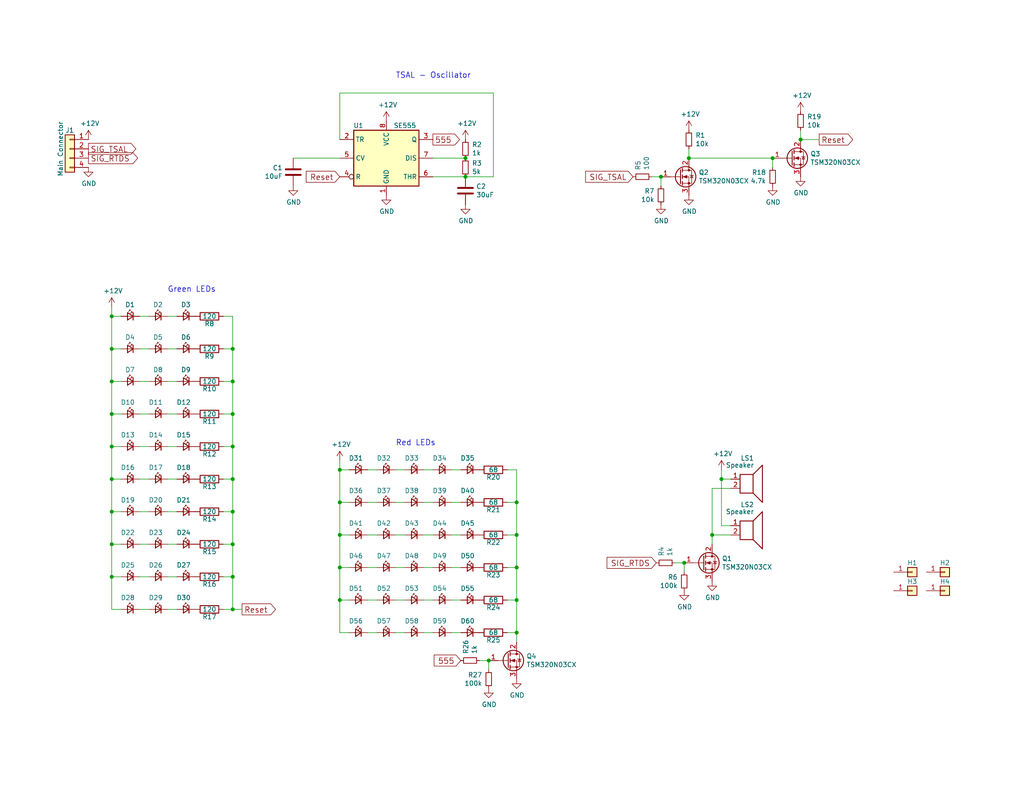
<source format=kicad_sch>
(kicad_sch (version 20230121) (generator eeschema)
  (paper "USLetter")
  (title_block (title "TSAL") (date "2016-04-01") (rev "0.9") (company "Formula Slug - UCSC EV R&D") (comment 1 "University of California Santa Cruz") (comment 2 "Thimann Laboratories 372"))
  (lib_symbols
    (symbol "Connector_Generic:Conn_01x01" (pin_names (offset 1.016) hide)
      (property "Reference" "J" (at 0 2.54 0))
      (property "Value" "Conn_01x01" (at 0 -2.54 0))
      (symbol "Conn_01x01_1_1"
        (rectangle (start -1.27 0.127) (end 0 -0.127) (stroke (width 0.1524)))
        (rectangle (start -1.27 1.27) (end 1.27 -1.27) (stroke (width 0.254)) (fill (type background)))
        (pin passive line (at -5.08 0 0) (length 3.81) (name "Pin_1") (number "1"))
      )
    )
    (symbol "Connector_Generic:Conn_01x04" (pin_names (offset 1.016) hide)
      (property "Reference" "J" (at 0 5.08 0))
      (property "Value" "Conn_01x04" (at 0 -7.62 0))
      (symbol "Conn_01x04_1_1"
        (rectangle (start -1.27 -4.953) (end 0 -5.207) (stroke (width 0.1524)))
        (rectangle (start -1.27 -2.413) (end 0 -2.667) (stroke (width 0.1524)))
        (rectangle (start -1.27 0.127) (end 0 -0.127) (stroke (width 0.1524)))
        (rectangle (start -1.27 2.667) (end 0 2.413) (stroke (width 0.1524)))
        (rectangle (start -1.27 3.81) (end 1.27 -6.35) (stroke (width 0.254)) (fill (type background)))
        (pin passive line (at -5.08 2.54 0) (length 3.81) (name "Pin_1") (number "1"))
        (pin passive line (at -5.08 0 0) (length 3.81) (name "Pin_2") (number "2"))
        (pin passive line (at -5.08 -2.54 0) (length 3.81) (name "Pin_3") (number "3"))
        (pin passive line (at -5.08 -5.08 0) (length 3.81) (name "Pin_4") (number "4"))
      )
    )
    (symbol "Device:C" (pin_numbers hide) (pin_names (offset 0.254))
      (property "Reference" "C" (at 0.635 2.54 0))
      (property "Value" "C" (at 0.635 -2.54 0))
      (symbol "C_0_1"
        (polyline (pts (xy -2.032 -0.762) (xy 2.032 -0.762)) (stroke (width 0.508)))
        (polyline (pts (xy -2.032 0.762) (xy 2.032 0.762)) (stroke (width 0.508)))
      )
      (symbol "C_1_1"
        (pin passive line (at 0 3.81 270) (length 2.794) (name "~") (number "1"))
        (pin passive line (at 0 -3.81 90) (length 2.794) (name "~") (number "2"))
      )
    )
    (symbol "Device:LED_Small" (pin_numbers hide) (pin_names (offset 0.254) hide)
      (property "Reference" "D" (at -1.27 3.175 0))
      (property "Value" "LED_Small" (at -4.445 -2.54 0))
      (symbol "LED_Small_0_1"
        (polyline (pts (xy -0.762 -1.016) (xy -0.762 1.016)) (stroke (width 0.254)))
        (polyline (pts (xy 1.016 0) (xy -0.762 0)))
        (polyline (pts (xy 0.762 -1.016) (xy -0.762 0) (xy 0.762 1.016) (xy 0.762 -1.016)) (stroke (width 0.254)))
        (polyline (pts (xy 0 0.762) (xy -0.508 1.27) (xy -0.254 1.27) (xy -0.508 1.27) (xy -0.508 1.016)))
        (polyline (pts (xy 0.508 1.27) (xy 0 1.778) (xy 0.254 1.778) (xy 0 1.778) (xy 0 1.524)))
      )
      (symbol "LED_Small_1_1"
        (pin passive line (at -2.54 0 0) (length 1.778) (name "K") (number "1"))
        (pin passive line (at 2.54 0 180) (length 1.778) (name "A") (number "2"))
      )
    )
    (symbol "Device:Q_NMOS_GDS" (pin_names (offset 0) hide)
      (property "Reference" "Q" (at 5.08 1.27 0))
      (property "Value" "Q_NMOS_GDS" (at 5.08 -1.27 0))
      (symbol "Q_NMOS_GDS_0_1"
        (polyline (pts (xy 0.254 0) (xy -2.54 0)))
        (polyline (pts (xy 0.254 1.905) (xy 0.254 -1.905)) (stroke (width 0.254)))
        (polyline (pts (xy 0.762 -1.27) (xy 0.762 -2.286)) (stroke (width 0.254)))
        (polyline (pts (xy 0.762 0.508) (xy 0.762 -0.508)) (stroke (width 0.254)))
        (polyline (pts (xy 0.762 2.286) (xy 0.762 1.27)) (stroke (width 0.254)))
        (polyline (pts (xy 2.54 2.54) (xy 2.54 1.778)))
        (polyline (pts (xy 2.54 -2.54) (xy 2.54 0) (xy 0.762 0)))
        (polyline (pts (xy 0.762 -1.778) (xy 3.302 -1.778) (xy 3.302 1.778) (xy 0.762 1.778)))
        (polyline (pts (xy 1.016 0) (xy 2.032 0.381) (xy 2.032 -0.381) (xy 1.016 0)) (fill (type outline)))
        (polyline (pts (xy 2.794 0.508) (xy 2.921 0.381) (xy 3.683 0.381) (xy 3.81 0.254)))
        (polyline (pts (xy 3.302 0.381) (xy 2.921 -0.254) (xy 3.683 -0.254) (xy 3.302 0.381)))
        (circle (center 1.651 0) (radius 2.794) (stroke (width 0.254)))
        (circle (center 2.54 -1.778) (radius 0.254) (fill (type outline)))
        (circle (center 2.54 1.778) (radius 0.254) (fill (type outline)))
      )
      (symbol "Q_NMOS_GDS_1_1"
        (pin input line (at -5.08 0 0) (length 2.54) (name "G") (number "1"))
        (pin passive line (at 2.54 5.08 270) (length 2.54) (name "D") (number "2"))
        (pin passive line (at 2.54 -5.08 90) (length 2.54) (name "S") (number "3"))
      )
    )
    (symbol "Device:R" (pin_numbers hide) (pin_names (offset 0))
      (property "Reference" "R" (at 2.032 0 90))
      (property "Value" "R" (at 0 0 90))
      (symbol "R_0_1"
        (rectangle (start -1.016 -2.54) (end 1.016 2.54) (stroke (width 0.254)))
      )
      (symbol "R_1_1"
        (pin passive line (at 0 3.81 270) (length 1.27) (name "~") (number "1"))
        (pin passive line (at 0 -3.81 90) (length 1.27) (name "~") (number "2"))
      )
    )
    (symbol "Device:R_Small" (pin_numbers hide) (pin_names (offset 0.254) hide)
      (property "Reference" "R" (at 0.762 0.508 0))
      (property "Value" "R_Small" (at 0.762 -1.016 0))
      (symbol "R_Small_0_1"
        (rectangle (start -0.762 1.778) (end 0.762 -1.778) (stroke (width 0.2032)))
      )
      (symbol "R_Small_1_1"
        (pin passive line (at 0 2.54 270) (length 0.762) (name "~") (number "1"))
        (pin passive line (at 0 -2.54 90) (length 0.762) (name "~") (number "2"))
      )
    )
    (symbol "Device:Speaker" (pin_names (offset 0) hide)
      (property "Reference" "LS" (at 1.27 5.715 0))
      (property "Value" "Speaker" (at 1.27 3.81 0))
      (symbol "Speaker_0_0"
        (rectangle (start -2.54 1.27) (end 1.016 -3.81) (stroke (width 0.254)))
        (polyline (pts (xy 1.016 1.27) (xy 3.556 3.81) (xy 3.556 -6.35) (xy 1.016 -3.81)) (stroke (width 0.254)))
      )
      (symbol "Speaker_1_1"
        (pin input line (at -5.08 0 0) (length 2.54) (name "1") (number "1"))
        (pin input line (at -5.08 -2.54 0) (length 2.54) (name "2") (number "2"))
      )
    )
    (symbol "Timer:SA555D"
      (property "Reference" "U" (at -10.16 8.89 0))
      (property "Value" "SA555D" (at 2.54 8.89 0))
      (symbol "SA555D_0_0"
        (pin power_in line (at 0 -10.16 90) (length 2.54) (name "GND") (number "1"))
        (pin power_in line (at 0 10.16 270) (length 2.54) (name "VCC") (number "8"))
      )
      (symbol "SA555D_0_1"
        (rectangle (start -8.89 -7.62) (end 8.89 7.62) (stroke (width 0.254)) (fill (type background)))
        (rectangle (start -8.89 -7.62) (end 8.89 7.62) (stroke (width 0.254)) (fill (type background)))
      )
      (symbol "SA555D_1_1"
        (pin input line (at -12.7 5.08 0) (length 3.81) (name "TR") (number "2"))
        (pin output line (at 12.7 5.08 180) (length 3.81) (name "Q") (number "3"))
        (pin input inverted (at -12.7 -5.08 0) (length 3.81) (name "R") (number "4"))
        (pin input line (at -12.7 0 0) (length 3.81) (name "CV") (number "5"))
        (pin input line (at 12.7 -5.08 180) (length 3.81) (name "THR") (number "6"))
        (pin input line (at 12.7 0 180) (length 3.81) (name "DIS") (number "7"))
      )
    )
    (symbol "power:+12V" (power) (pin_names (offset 0))
      (property "Value" "+12V" (at 0 3.556 0))
      (symbol "+12V_0_1"
        (polyline (pts (xy -0.762 1.27) (xy 0 2.54)))
        (polyline (pts (xy 0 0) (xy 0 2.54)))
        (polyline (pts (xy 0 2.54) (xy 0.762 1.27)))
      )
      (symbol "+12V_1_1"
        (pin power_in line (at 0 0 90) (length 0) hide (name "+12V") (number "1"))
      )
    )
    (symbol "power:GND" (power) (pin_names (offset 0))
      (property "Value" "GND" (at 0 -3.81 0))
      (symbol "GND_0_1"
        (polyline (pts (xy 0 0) (xy 0 -1.27) (xy 1.27 -1.27) (xy 0 -2.54) (xy -1.27 -1.27) (xy 0 -1.27)))
      )
      (symbol "GND_1_1"
        (pin power_in line (at 0 0 270) (length 0) hide (name "GND") (number "1"))
      )
    )
  )
  (junction (at 30.48 121.92))
  (junction (at 127 43.18))
  (junction (at 30.48 130.81))
  (junction (at 30.48 86.36))
  (junction (at 92.71 137.16))
  (junction (at 63.5 104.14))
  (junction (at 140.97 154.94))
  (junction (at 92.71 146.05))
  (junction (at 210.82 43.18))
  (junction (at 187.96 43.18))
  (junction (at 92.71 154.94))
  (junction (at 218.44 38.1))
  (junction (at 133.35 180.34))
  (junction (at 30.48 139.7))
  (junction (at 63.5 139.7))
  (junction (at 30.48 157.48))
  (junction (at 186.69 153.67))
  (junction (at 180.34 48.26))
  (junction (at 140.97 163.83))
  (junction (at 140.97 146.05))
  (junction (at 92.71 163.83))
  (junction (at 127 48.26))
  (junction (at 63.5 121.92))
  (junction (at 30.48 104.14))
  (junction (at 63.5 148.59))
  (junction (at 63.5 95.25))
  (junction (at 30.48 113.03))
  (junction (at 140.97 172.72))
  (junction (at 63.5 130.81))
  (junction (at 30.48 148.59))
  (junction (at 30.48 95.25))
  (junction (at 194.31 146.05))
  (junction (at 140.97 137.16))
  (junction (at 196.85 130.81))
  (junction (at 92.71 128.27))
  (junction (at 63.5 157.48))
  (junction (at 63.5 166.37))
  (junction (at 63.5 113.03))
  (wire (pts (xy 30.48 95.25) (xy 33.02 95.25)))
  (wire (pts (xy 187.96 43.18) (xy 210.82 43.18)))
  (wire (pts (xy 63.5 121.92) (xy 63.5 130.81)))
  (wire (pts (xy 92.71 25.4) (xy 134.62 25.4)))
  (wire (pts (xy 184.15 153.67) (xy 186.69 153.67)))
  (wire (pts (xy 196.85 130.81) (xy 199.39 130.81)))
  (wire (pts (xy 110.49 172.72) (xy 107.95 172.72)))
  (wire (pts (xy 60.96 166.37) (xy 63.5 166.37)))
  (wire (pts (xy 196.85 130.81) (xy 196.85 143.51)))
  (wire (pts (xy 95.25 128.27) (xy 92.71 128.27)))
  (wire (pts (xy 92.71 38.1) (xy 92.71 25.4)))
  (wire (pts (xy 40.64 86.36) (xy 38.1 86.36)))
  (wire (pts (xy 40.64 148.59) (xy 38.1 148.59)))
  (wire (pts (xy 63.5 166.37) (xy 66.04 166.37)))
  (wire (pts (xy 63.5 130.81) (xy 63.5 139.7)))
  (wire (pts (xy 123.19 137.16) (xy 125.73 137.16)))
  (wire (pts (xy 194.31 133.35) (xy 194.31 146.05)))
  (wire (pts (xy 40.64 104.14) (xy 38.1 104.14)))
  (wire (pts (xy 92.71 172.72) (xy 95.25 172.72)))
  (wire (pts (xy 110.49 146.05) (xy 107.95 146.05)))
  (wire (pts (xy 40.64 166.37) (xy 38.1 166.37)))
  (wire (pts (xy 140.97 172.72) (xy 138.43 172.72)))
  (wire (pts (xy 30.48 121.92) (xy 30.48 130.81)))
  (wire (pts (xy 223.52 38.1) (xy 218.44 38.1)))
  (wire (pts (xy 140.97 154.94) (xy 138.43 154.94)))
  (wire (pts (xy 140.97 128.27) (xy 140.97 137.16)))
  (wire (pts (xy 60.96 113.03) (xy 63.5 113.03)))
  (wire (pts (xy 92.71 154.94) (xy 95.25 154.94)))
  (wire (pts (xy 63.5 104.14) (xy 63.5 113.03)))
  (wire (pts (xy 63.5 95.25) (xy 63.5 104.14)))
  (wire (pts (xy 48.26 86.36) (xy 45.72 86.36)))
  (wire (pts (xy 33.02 139.7) (xy 30.48 139.7)))
  (wire (pts (xy 196.85 143.51) (xy 199.39 143.51)))
  (wire (pts (xy 30.48 130.81) (xy 30.48 139.7)))
  (wire (pts (xy 48.26 157.48) (xy 45.72 157.48)))
  (wire (pts (xy 60.96 86.36) (xy 63.5 86.36)))
  (wire (pts (xy 110.49 128.27) (xy 107.95 128.27)))
  (wire (pts (xy 63.5 148.59) (xy 63.5 157.48)))
  (wire (pts (xy 30.48 95.25) (xy 30.48 104.14)))
  (wire (pts (xy 102.87 154.94) (xy 100.33 154.94)))
  (wire (pts (xy 140.97 137.16) (xy 138.43 137.16)))
  (wire (pts (xy 133.35 180.34) (xy 133.35 182.88)))
  (wire (pts (xy 48.26 139.7) (xy 45.72 139.7)))
  (wire (pts (xy 30.48 104.14) (xy 33.02 104.14)))
  (wire (pts (xy 48.26 121.92) (xy 45.72 121.92)))
  (wire (pts (xy 48.26 95.25) (xy 45.72 95.25)))
  (wire (pts (xy 140.97 172.72) (xy 140.97 175.26)))
  (wire (pts (xy 102.87 146.05) (xy 100.33 146.05)))
  (wire (pts (xy 63.5 139.7) (xy 63.5 148.59)))
  (wire (pts (xy 30.48 113.03) (xy 30.48 121.92)))
  (wire (pts (xy 92.71 43.18) (xy 80.01 43.18)))
  (wire (pts (xy 63.5 121.92) (xy 60.96 121.92)))
  (wire (pts (xy 30.48 148.59) (xy 33.02 148.59)))
  (wire (pts (xy 33.02 86.36) (xy 30.48 86.36)))
  (wire (pts (xy 63.5 157.48) (xy 60.96 157.48)))
  (wire (pts (xy 63.5 113.03) (xy 63.5 121.92)))
  (wire (pts (xy 194.31 146.05) (xy 194.31 148.59)))
  (wire (pts (xy 40.64 157.48) (xy 38.1 157.48)))
  (wire (pts (xy 102.87 137.16) (xy 100.33 137.16)))
  (wire (pts (xy 30.48 121.92) (xy 33.02 121.92)))
  (wire (pts (xy 130.81 180.34) (xy 133.35 180.34)))
  (wire (pts (xy 123.19 172.72) (xy 125.73 172.72)))
  (wire (pts (xy 123.19 154.94) (xy 125.73 154.94)))
  (wire (pts (xy 63.5 130.81) (xy 60.96 130.81)))
  (wire (pts (xy 92.71 128.27) (xy 92.71 137.16)))
  (wire (pts (xy 123.19 163.83) (xy 125.73 163.83)))
  (wire (pts (xy 199.39 146.05) (xy 194.31 146.05)))
  (wire (pts (xy 110.49 154.94) (xy 107.95 154.94)))
  (wire (pts (xy 180.34 48.26) (xy 180.34 50.8)))
  (wire (pts (xy 134.62 48.26) (xy 127 48.26)))
  (wire (pts (xy 92.71 125.73) (xy 92.71 128.27)))
  (wire (pts (xy 40.64 130.81) (xy 38.1 130.81)))
  (wire (pts (xy 110.49 163.83) (xy 107.95 163.83)))
  (wire (pts (xy 30.48 157.48) (xy 33.02 157.48)))
  (wire (pts (xy 140.97 154.94) (xy 140.97 163.83)))
  (wire (pts (xy 63.5 104.14) (xy 60.96 104.14)))
  (wire (pts (xy 30.48 139.7) (xy 30.48 148.59)))
  (wire (pts (xy 199.39 133.35) (xy 194.31 133.35)))
  (wire (pts (xy 63.5 95.25) (xy 60.96 95.25)))
  (wire (pts (xy 63.5 86.36) (xy 63.5 95.25)))
  (wire (pts (xy 60.96 139.7) (xy 63.5 139.7)))
  (wire (pts (xy 40.64 95.25) (xy 38.1 95.25)))
  (wire (pts (xy 40.64 113.03) (xy 38.1 113.03)))
  (wire (pts (xy 48.26 104.14) (xy 45.72 104.14)))
  (wire (pts (xy 134.62 25.4) (xy 134.62 48.26)))
  (wire (pts (xy 30.48 130.81) (xy 33.02 130.81)))
  (wire (pts (xy 123.19 146.05) (xy 125.73 146.05)))
  (wire (pts (xy 127 48.26) (xy 118.11 48.26)))
  (wire (pts (xy 40.64 121.92) (xy 38.1 121.92)))
  (wire (pts (xy 92.71 137.16) (xy 95.25 137.16)))
  (wire (pts (xy 210.82 43.18) (xy 210.82 45.72)))
  (wire (pts (xy 33.02 166.37) (xy 30.48 166.37)))
  (wire (pts (xy 110.49 137.16) (xy 107.95 137.16)))
  (wire (pts (xy 118.11 43.18) (xy 127 43.18)))
  (wire (pts (xy 140.97 163.83) (xy 138.43 163.83)))
  (wire (pts (xy 48.26 130.81) (xy 45.72 130.81)))
  (wire (pts (xy 196.85 128.27) (xy 196.85 130.81)))
  (wire (pts (xy 48.26 166.37) (xy 45.72 166.37)))
  (wire (pts (xy 30.48 157.48) (xy 30.48 166.37)))
  (wire (pts (xy 140.97 146.05) (xy 138.43 146.05)))
  (wire (pts (xy 102.87 172.72) (xy 100.33 172.72)))
  (wire (pts (xy 186.69 153.67) (xy 186.69 156.21)))
  (wire (pts (xy 187.96 40.64) (xy 187.96 43.18)))
  (wire (pts (xy 140.97 163.83) (xy 140.97 172.72)))
  (wire (pts (xy 30.48 148.59) (xy 30.48 157.48)))
  (wire (pts (xy 92.71 154.94) (xy 92.71 163.83)))
  (wire (pts (xy 92.71 146.05) (xy 95.25 146.05)))
  (wire (pts (xy 118.11 163.83) (xy 115.57 163.83)))
  (wire (pts (xy 118.11 172.72) (xy 115.57 172.72)))
  (wire (pts (xy 118.11 128.27) (xy 115.57 128.27)))
  (wire (pts (xy 63.5 148.59) (xy 60.96 148.59)))
  (wire (pts (xy 102.87 128.27) (xy 100.33 128.27)))
  (wire (pts (xy 177.8 48.26) (xy 180.34 48.26)))
  (wire (pts (xy 92.71 163.83) (xy 92.71 172.72)))
  (wire (pts (xy 140.97 137.16) (xy 140.97 146.05)))
  (wire (pts (xy 30.48 104.14) (xy 30.48 113.03)))
  (wire (pts (xy 40.64 139.7) (xy 38.1 139.7)))
  (wire (pts (xy 140.97 146.05) (xy 140.97 154.94)))
  (wire (pts (xy 118.11 137.16) (xy 115.57 137.16)))
  (wire (pts (xy 63.5 157.48) (xy 63.5 166.37)))
  (wire (pts (xy 118.11 154.94) (xy 115.57 154.94)))
  (wire (pts (xy 92.71 163.83) (xy 95.25 163.83)))
  (wire (pts (xy 218.44 35.56) (xy 218.44 38.1)))
  (wire (pts (xy 48.26 148.59) (xy 45.72 148.59)))
  (wire (pts (xy 118.11 146.05) (xy 115.57 146.05)))
  (wire (pts (xy 30.48 86.36) (xy 30.48 83.82)))
  (wire (pts (xy 33.02 113.03) (xy 30.48 113.03)))
  (wire (pts (xy 138.43 128.27) (xy 140.97 128.27)))
  (wire (pts (xy 30.48 86.36) (xy 30.48 95.25)))
  (wire (pts (xy 48.26 113.03) (xy 45.72 113.03)))
  (wire (pts (xy 92.71 137.16) (xy 92.71 146.05)))
  (wire (pts (xy 92.71 146.05) (xy 92.71 154.94)))
  (wire (pts (xy 102.87 163.83) (xy 100.33 163.83)))
  (wire (pts (xy 123.19 128.27) (xy 125.73 128.27)))
  (text "TSAL - Oscillator" (at 107.95 21.59 0) (effects (font (size 1.524 1.524)) (justify left bottom)))
  (text "Green LEDs" (at 45.72 80.01 0) (effects (font (size 1.524 1.524)) (justify left bottom)))
  (text "Red LEDs" (at 107.95 121.92 0) (effects (font (size 1.524 1.524)) (justify left bottom)))
  (global_label "SIG_RTDS" (shape input) (at 179.07 153.67 180) (effects (font (size 1.524 1.524))) (property "Intersheetrefs" "${INTERSHEET_REFS}" (effects hide)))
  (global_label "555" (shape output) (at 118.11 38.1 0) (effects (font (size 1.524 1.524))) (property "Intersheetrefs" "${INTERSHEET_REFS}" (effects hide)))
  (global_label "SIG_RTDS" (shape output) (at 24.13 43.18 0) (effects (font (size 1.524 1.524))) (property "Intersheetrefs" "${INTERSHEET_REFS}" (effects hide)))
  (global_label "555" (shape input) (at 125.73 180.34 180) (effects (font (size 1.524 1.524))) (property "Intersheetrefs" "${INTERSHEET_REFS}" (effects hide)))
  (global_label "SIG_TSAL" (shape input) (at 172.72 48.26 180) (effects (font (size 1.524 1.524))) (property "Intersheetrefs" "${INTERSHEET_REFS}" (effects hide)))
  (global_label "Reset" (shape output) (at 223.52 38.1 0) (effects (font (size 1.524 1.524))) (property "Intersheetrefs" "${INTERSHEET_REFS}" (effects hide)))
  (global_label "Reset" (shape output) (at 66.04 166.37 0) (effects (font (size 1.524 1.524))) (property "Intersheetrefs" "${INTERSHEET_REFS}" (effects hide)))
  (global_label "SIG_TSAL" (shape output) (at 24.13 40.64 0) (effects (font (size 1.524 1.524))) (property "Intersheetrefs" "${INTERSHEET_REFS}" (effects hide)))
  (global_label "Reset" (shape input) (at 92.71 48.26 180) (effects (font (size 1.524 1.524))) (property "Intersheetrefs" "${INTERSHEET_REFS}" (effects hide)))
  (symbol (lib_id "Device:LED_Small") (at 97.79 128.27 0) (mirror y) (unit 1)
    (property "Reference" "D31" (at 99.06 125.095 0) (effects (justify left)))
    (property "Value" "LR A67F-U2AB-1-1-30-R33-Z" (effects hide))
    (property "Footprint" "FSFootprints:LED_SMD-2" (effects hide))
    (property "Datasheet" "https://dammedia.osram.info/media/resource/hires/osram-dam-2493667/LR%20A67F.pdf" (effects hide))
  )
  (symbol (lib_id "Device:R") (at 134.62 128.27 90) (mirror x) (unit 1)
    (property "Reference" "R20" (at 134.62 130.302 90))
    (property "Value" "68" (at 134.62 128.27 90))
    (property "Footprint" "Resistors_SMD:R_0805_HandSoldering" (effects hide))
  )
  (symbol (lib_id "Device:Speaker") (at 204.47 143.51 0) (unit 1)
    (property "Reference" "LS2" (at 205.74 137.795 0) (effects (justify right)))
    (property "Value" "Speaker" (at 205.74 139.7 0) (effects (justify right)))
    (property "Footprint" "FSFootprints:RTDS_H" (effects hide))
  )
  (symbol (lib_id "Device:Speaker") (at 204.47 130.81 0) (unit 1)
    (property "Reference" "LS1" (at 205.74 125.095 0) (effects (justify right)))
    (property "Value" "Speaker" (at 205.74 127 0) (effects (justify right)))
    (property "Footprint" "FSFootprints:RTDS_H" (effects hide))
  )
  (symbol (lib_id "Connector_Generic:Conn_01x04") (at 19.05 40.64 0) (mirror y) (unit 1)
    (property "Reference" "J1" (at 19.05 35.56 0))
    (property "Value" "Main Connector" (at 16.51 40.64 90))
    (property "Footprint" "Connectors_Molex:Molex_NanoFit_1x04x2.50mm_Angled" (effects hide))
  )
  (symbol (lib_id "Device:R") (at 134.62 137.16 90) (mirror x) (unit 1)
    (property "Reference" "R21" (at 134.62 139.192 90))
    (property "Value" "68" (at 134.62 137.16 90))
    (property "Footprint" "Resistors_SMD:R_0805_HandSoldering" (effects hide))
  )
  (symbol (lib_id "Device:R") (at 134.62 146.05 90) (mirror x) (unit 1)
    (property "Reference" "R22" (at 134.62 148.082 90))
    (property "Value" "68" (at 134.62 146.05 90))
    (property "Footprint" "Resistors_SMD:R_0805_HandSoldering" (effects hide))
  )
  (symbol (lib_id "Device:R") (at 134.62 154.94 90) (mirror x) (unit 1)
    (property "Reference" "R23" (at 134.62 156.972 90))
    (property "Value" "68" (at 134.62 154.94 90))
    (property "Footprint" "Resistors_SMD:R_0805_HandSoldering" (effects hide))
  )
  (symbol (lib_id "Device:R") (at 134.62 163.83 90) (mirror x) (unit 1)
    (property "Reference" "R24" (at 134.62 165.862 90))
    (property "Value" "68" (at 134.62 163.83 90))
    (property "Footprint" "Resistors_SMD:R_0805_HandSoldering" (effects hide))
  )
  (symbol (lib_id "Device:R") (at 134.62 172.72 90) (mirror x) (unit 1)
    (property "Reference" "R25" (at 134.62 174.752 90))
    (property "Value" "68" (at 134.62 172.72 90))
    (property "Footprint" "Resistors_SMD:R_0805_HandSoldering" (effects hide))
  )
  (symbol (lib_id "Connector_Generic:Conn_01x01") (at 248.92 156.21 0) (unit 1)
    (property "Reference" "H1" (at 248.92 153.67 0))
    (property "Value" "MtngHole" (effects hide))
    (property "Footprint" "Mounting_Holes:MountingHole_3.2mm_M3" (effects hide))
  )
  (symbol (lib_id "Connector_Generic:Conn_01x01") (at 257.81 156.21 0) (unit 1)
    (property "Reference" "H2" (at 257.81 153.67 0))
    (property "Value" "MtngHole" (effects hide))
    (property "Footprint" "Mounting_Holes:MountingHole_3.2mm_M3" (effects hide))
  )
  (symbol (lib_id "Connector_Generic:Conn_01x01") (at 248.92 161.29 0) (unit 1)
    (property "Reference" "H3" (at 248.92 158.75 0))
    (property "Value" "MtngHole" (effects hide))
    (property "Footprint" "Mounting_Holes:MountingHole_3.2mm_M3" (effects hide))
  )
  (symbol (lib_id "Connector_Generic:Conn_01x01") (at 257.81 161.29 0) (unit 1)
    (property "Reference" "H4" (at 257.81 158.75 0))
    (property "Value" "MtngHole" (effects hide))
    (property "Footprint" "Mounting_Holes:MountingHole_3.2mm_M3" (effects hide))
  )
  (symbol (lib_id "Device:C") (at 127 52.07 0) (unit 1)
    (property "Reference" "C2" (at 129.921 50.9016 0) (effects (justify left)))
    (property "Value" "30uF" (at 129.921 53.213 0) (effects (justify left)))
    (property "Footprint" "Capacitors_SMD:CP_Elec_5x5.3" (effects hide))
  )
  (symbol (lib_id "power:GND") (at 127 55.88 0) (unit 1)
    (property "Reference" "#PWR09" (effects hide))
    (property "Value" "GND" (at 127.127 60.2742 0))
  )
  (symbol (lib_id "power:+12V") (at 24.13 38.1 0) (unit 1)
    (property "Reference" "#PWR04" (effects hide))
    (property "Value" "+12V" (at 24.511 33.7058 0))
  )
  (symbol (lib_id "power:GND") (at 24.13 45.72 0) (unit 1)
    (property "Reference" "#PWR07" (effects hide))
    (property "Value" "GND" (at 24.257 50.1142 0))
  )
  (symbol (lib_id "Timer:SA555D") (at 105.41 43.18 0) (unit 1)
    (property "Reference" "U1" (at 97.79 34.29 0))
    (property "Value" "SE555" (at 110.49 34.29 0))
    (property "Footprint" "Housings_SOIC:SOIC-8_3.9x4.9mm_Pitch1.27mm" (effects hide))
    (property "Datasheet" "http://www.ti.com/lit/ds/symlink/ne555.pdf" (effects hide))
  )
  (symbol (lib_id "power:+12V") (at 105.41 33.02 0) (unit 1)
    (property "Reference" "#PWR03" (effects hide))
    (property "Value" "+12V" (at 105.791 28.6258 0))
  )
  (symbol (lib_id "power:GND") (at 105.41 53.34 0) (unit 1)
    (property "Reference" "#PWR08" (effects hide))
    (property "Value" "GND" (at 105.537 57.7342 0))
  )
  (symbol (lib_id "Device:R_Small") (at 127 40.64 0) (unit 1)
    (property "Reference" "R2" (at 128.778 39.4716 0) (effects (justify left)))
    (property "Value" "1k" (at 128.778 41.783 0) (effects (justify left)))
    (property "Footprint" "Resistors_SMD:R_0805_HandSoldering" (effects hide))
  )
  (symbol (lib_id "Device:R_Small") (at 127 45.72 0) (unit 1)
    (property "Reference" "R3" (at 128.778 44.5516 0) (effects (justify left)))
    (property "Value" "5k" (at 128.778 46.863 0) (effects (justify left)))
    (property "Footprint" "Resistors_SMD:R_0805_HandSoldering" (effects hide))
  )
  (symbol (lib_id "power:+12V") (at 127 38.1 0) (unit 1)
    (property "Reference" "#PWR05" (effects hide))
    (property "Value" "+12V" (at 127.381 33.7058 0))
  )
  (symbol (lib_id "power:GND") (at 80.01 50.8 0) (unit 1)
    (property "Reference" "#PWR06" (effects hide))
    (property "Value" "GND" (at 80.137 55.1942 0))
  )
  (symbol (lib_id "power:+12V") (at 187.96 35.56 0) (unit 1)
    (property "Reference" "#PWR02" (effects hide))
    (property "Value" "+12V" (at 188.341 31.1658 0))
  )
  (symbol (lib_id "Device:C") (at 80.01 46.99 0) (mirror y) (unit 1)
    (property "Reference" "C1" (at 77.089 45.8216 0) (effects (justify left)))
    (property "Value" "10uF" (at 77.089 48.133 0) (effects (justify left)))
    (property "Footprint" "Capacitors_SMD:C_0805_HandSoldering" (effects hide))
  )
  (symbol (lib_id "Device:Q_NMOS_GDS") (at 185.42 48.26 0) (unit 1)
    (property "Reference" "Q2" (at 190.627 47.0916 0) (effects (justify left)))
    (property "Value" "TSM320N03CX" (at 190.627 49.403 0) (effects (justify left)))
    (property "Footprint" "TO_SOT_Packages_SMD:SOT-23" (effects hide))
    (property "Datasheet" "https://www.taiwansemi.com/products/datasheet/TSM320N03CX_B1607.pdf" (effects hide))
  )
  (symbol (lib_id "Device:R_Small") (at 187.96 38.1 0) (unit 1)
    (property "Reference" "R1" (at 189.738 36.9316 0) (effects (justify left)))
    (property "Value" "10k" (at 189.738 39.243 0) (effects (justify left)))
    (property "Footprint" "Resistors_SMD:R_0805_HandSoldering" (effects hide))
  )
  (symbol (lib_id "power:GND") (at 187.96 53.34 0) (unit 1)
    (property "Reference" "#PWR011" (effects hide))
    (property "Value" "GND" (at 188.087 57.7342 0))
  )
  (symbol (lib_id "power:+12V") (at 196.85 128.27 0) (unit 1)
    (property "Reference" "#PWR01" (effects hide))
    (property "Value" "+12V" (at 197.231 123.8758 0))
  )
  (symbol (lib_id "Device:R_Small") (at 175.26 48.26 90) (unit 1)
    (property "Reference" "R5" (at 174.0916 46.482 0) (effects (justify left)))
    (property "Value" "100" (at 176.403 46.482 0) (effects (justify left)))
    (property "Footprint" "Resistors_SMD:R_0805_HandSoldering" (effects hide))
  )
  (symbol (lib_id "Device:R_Small") (at 180.34 53.34 0) (mirror y) (unit 1)
    (property "Reference" "R7" (at 178.562 52.1716 0) (effects (justify left)))
    (property "Value" "10k" (at 178.562 54.483 0) (effects (justify left)))
    (property "Footprint" "Resistors_SMD:R_0805_HandSoldering" (effects hide))
  )
  (symbol (lib_id "power:GND") (at 180.34 55.88 0) (unit 1)
    (property "Reference" "#PWR013" (effects hide))
    (property "Value" "GND" (at 180.467 60.2742 0))
  )
  (symbol (lib_id "Device:Q_NMOS_GDS") (at 191.77 153.67 0) (unit 1)
    (property "Reference" "Q1" (at 196.977 152.5016 0) (effects (justify left)))
    (property "Value" "TSM320N03CX" (at 196.977 154.813 0) (effects (justify left)))
    (property "Footprint" "TO_SOT_Packages_SMD:SOT-23" (effects hide))
    (property "Datasheet" "https://www.taiwansemi.com/products/datasheet/TSM320N03CX_B1607.pdf" (effects hide))
  )
  (symbol (lib_id "power:GND") (at 194.31 158.75 0) (unit 1)
    (property "Reference" "#PWR010" (effects hide))
    (property "Value" "GND" (at 194.437 163.1442 0))
  )
  (symbol (lib_id "Device:R_Small") (at 181.61 153.67 90) (unit 1)
    (property "Reference" "R4" (at 180.4416 151.892 0) (effects (justify left)))
    (property "Value" "1k" (at 182.753 151.892 0) (effects (justify left)))
    (property "Footprint" "Resistors_SMD:R_0805_HandSoldering" (effects hide))
  )
  (symbol (lib_id "Device:R_Small") (at 186.69 158.75 0) (mirror y) (unit 1)
    (property "Reference" "R6" (at 184.912 157.5816 0) (effects (justify left)))
    (property "Value" "100k" (at 184.912 159.893 0) (effects (justify left)))
    (property "Footprint" "Resistors_SMD:R_0805_HandSoldering" (effects hide))
  )
  (symbol (lib_id "power:GND") (at 186.69 161.29 0) (unit 1)
    (property "Reference" "#PWR012" (effects hide))
    (property "Value" "GND" (at 186.817 165.6842 0))
  )
  (symbol (lib_id "Device:Q_NMOS_GDS") (at 138.43 180.34 0) (unit 1)
    (property "Reference" "Q4" (at 143.637 179.1716 0) (effects (justify left)))
    (property "Value" "TSM320N03CX" (at 143.637 181.483 0) (effects (justify left)))
    (property "Footprint" "TO_SOT_Packages_SMD:SOT-23" (effects hide))
    (property "Datasheet" "https://www.taiwansemi.com/products/datasheet/TSM320N03CX_B1607.pdf" (effects hide))
  )
  (symbol (lib_id "power:GND") (at 140.97 185.42 0) (unit 1)
    (property "Reference" "#PWR018" (effects hide))
    (property "Value" "GND" (at 141.097 189.8142 0))
  )
  (symbol (lib_id "Device:R_Small") (at 128.27 180.34 90) (unit 1)
    (property "Reference" "R26" (at 127.1016 178.562 0) (effects (justify left)))
    (property "Value" "1k" (at 129.413 178.562 0) (effects (justify left)))
    (property "Footprint" "Resistors_SMD:R_0805_HandSoldering" (effects hide))
  )
  (symbol (lib_id "Device:R_Small") (at 133.35 185.42 0) (mirror y) (unit 1)
    (property "Reference" "R27" (at 131.572 184.2516 0) (effects (justify left)))
    (property "Value" "100k" (at 131.572 186.563 0) (effects (justify left)))
    (property "Footprint" "Resistors_SMD:R_0805_HandSoldering" (effects hide))
  )
  (symbol (lib_id "power:GND") (at 133.35 187.96 0) (unit 1)
    (property "Reference" "#PWR019" (effects hide))
    (property "Value" "GND" (at 133.477 192.3542 0))
  )
  (symbol (lib_id "power:+12V") (at 92.71 125.73 0) (unit 1)
    (property "Reference" "#PWR017" (effects hide))
    (property "Value" "+12V" (at 93.091 121.3358 0))
  )
  (symbol (lib_id "Device:LED_Small") (at 105.41 128.27 0) (mirror y) (unit 1)
    (property "Reference" "D32" (at 106.68 125.095 0) (effects (justify left)))
    (property "Value" "LR A67F-U2AB-1-1-30-R33-Z" (effects hide))
    (property "Footprint" "FSFootprints:LED_SMD-2" (effects hide))
    (property "Datasheet" "https://dammedia.osram.info/media/resource/hires/osram-dam-2493667/LR%20A67F.pdf" (effects hide))
  )
  (symbol (lib_id "Device:LED_Small") (at 113.03 128.27 0) (mirror y) (unit 1)
    (property "Reference" "D33" (at 114.3 125.095 0) (effects (justify left)))
    (property "Value" "LR A67F-U2AB-1-1-30-R33-Z" (effects hide))
    (property "Footprint" "FSFootprints:LED_SMD-2" (effects hide))
    (property "Datasheet" "https://dammedia.osram.info/media/resource/hires/osram-dam-2493667/LR%20A67F.pdf" (effects hide))
  )
  (symbol (lib_id "Device:LED_Small") (at 120.65 128.27 0) (mirror y) (unit 1)
    (property "Reference" "D34" (at 121.92 125.095 0) (effects (justify left)))
    (property "Value" "LR A67F-U2AB-1-1-30-R33-Z" (effects hide))
    (property "Footprint" "FSFootprints:LED_SMD-2" (effects hide))
    (property "Datasheet" "https://dammedia.osram.info/media/resource/hires/osram-dam-2493667/LR%20A67F.pdf" (effects hide))
  )
  (symbol (lib_id "Device:LED_Small") (at 128.27 128.27 0) (mirror y) (unit 1)
    (property "Reference" "D35" (at 129.54 125.095 0) (effects (justify left)))
    (property "Value" "LR A67F-U2AB-1-1-30-R33-Z" (effects hide))
    (property "Footprint" "FSFootprints:LED_SMD-2" (effects hide))
    (property "Datasheet" "https://dammedia.osram.info/media/resource/hires/osram-dam-2493667/LR%20A67F.pdf" (effects hide))
  )
  (symbol (lib_id "Device:LED_Small") (at 97.79 137.16 0) (mirror y) (unit 1)
    (property "Reference" "D36" (at 99.06 133.985 0) (effects (justify left)))
    (property "Value" "LR A67F-U2AB-1-1-30-R33-Z" (effects hide))
    (property "Footprint" "FSFootprints:LED_SMD-2" (effects hide))
    (property "Datasheet" "https://dammedia.osram.info/media/resource/hires/osram-dam-2493667/LR%20A67F.pdf" (effects hide))
  )
  (symbol (lib_id "Device:LED_Small") (at 105.41 137.16 0) (mirror y) (unit 1)
    (property "Reference" "D37" (at 106.68 133.985 0) (effects (justify left)))
    (property "Value" "LR A67F-U2AB-1-1-30-R33-Z" (effects hide))
    (property "Footprint" "FSFootprints:LED_SMD-2" (effects hide))
    (property "Datasheet" "https://dammedia.osram.info/media/resource/hires/osram-dam-2493667/LR%20A67F.pdf" (effects hide))
  )
  (symbol (lib_id "Device:LED_Small") (at 113.03 137.16 0) (mirror y) (unit 1)
    (property "Reference" "D38" (at 114.3 133.985 0) (effects (justify left)))
    (property "Value" "LR A67F-U2AB-1-1-30-R33-Z" (effects hide))
    (property "Footprint" "FSFootprints:LED_SMD-2" (effects hide))
    (property "Datasheet" "https://dammedia.osram.info/media/resource/hires/osram-dam-2493667/LR%20A67F.pdf" (effects hide))
  )
  (symbol (lib_id "Device:LED_Small") (at 120.65 137.16 0) (mirror y) (unit 1)
    (property "Reference" "D39" (at 121.92 133.985 0) (effects (justify left)))
    (property "Value" "LR A67F-U2AB-1-1-30-R33-Z" (effects hide))
    (property "Footprint" "FSFootprints:LED_SMD-2" (effects hide))
    (property "Datasheet" "https://dammedia.osram.info/media/resource/hires/osram-dam-2493667/LR%20A67F.pdf" (effects hide))
  )
  (symbol (lib_id "Device:LED_Small") (at 128.27 137.16 0) (mirror y) (unit 1)
    (property "Reference" "D40" (at 129.54 133.985 0) (effects (justify left)))
    (property "Value" "LR A67F-U2AB-1-1-30-R33-Z" (effects hide))
    (property "Footprint" "FSFootprints:LED_SMD-2" (effects hide))
    (property "Datasheet" "https://dammedia.osram.info/media/resource/hires/osram-dam-2493667/LR%20A67F.pdf" (effects hide))
  )
  (symbol (lib_id "Device:LED_Small") (at 97.79 146.05 0) (mirror y) (unit 1)
    (property "Reference" "D41" (at 99.06 142.875 0) (effects (justify left)))
    (property "Value" "LR A67F-U2AB-1-1-30-R33-Z" (effects hide))
    (property "Footprint" "FSFootprints:LED_SMD-2" (effects hide))
    (property "Datasheet" "https://dammedia.osram.info/media/resource/hires/osram-dam-2493667/LR%20A67F.pdf" (effects hide))
  )
  (symbol (lib_id "Device:LED_Small") (at 105.41 146.05 0) (mirror y) (unit 1)
    (property "Reference" "D42" (at 106.68 142.875 0) (effects (justify left)))
    (property "Value" "LR A67F-U2AB-1-1-30-R33-Z" (effects hide))
    (property "Footprint" "FSFootprints:LED_SMD-2" (effects hide))
    (property "Datasheet" "https://dammedia.osram.info/media/resource/hires/osram-dam-2493667/LR%20A67F.pdf" (effects hide))
  )
  (symbol (lib_id "Device:LED_Small") (at 113.03 146.05 0) (mirror y) (unit 1)
    (property "Reference" "D43" (at 114.3 142.875 0) (effects (justify left)))
    (property "Value" "LR A67F-U2AB-1-1-30-R33-Z" (effects hide))
    (property "Footprint" "FSFootprints:LED_SMD-2" (effects hide))
    (property "Datasheet" "https://dammedia.osram.info/media/resource/hires/osram-dam-2493667/LR%20A67F.pdf" (effects hide))
  )
  (symbol (lib_id "Device:LED_Small") (at 120.65 146.05 0) (mirror y) (unit 1)
    (property "Reference" "D44" (at 121.92 142.875 0) (effects (justify left)))
    (property "Value" "LR A67F-U2AB-1-1-30-R33-Z" (effects hide))
    (property "Footprint" "FSFootprints:LED_SMD-2" (effects hide))
    (property "Datasheet" "https://dammedia.osram.info/media/resource/hires/osram-dam-2493667/LR%20A67F.pdf" (effects hide))
  )
  (symbol (lib_id "Device:LED_Small") (at 128.27 146.05 0) (mirror y) (unit 1)
    (property "Reference" "D45" (at 129.54 142.875 0) (effects (justify left)))
    (property "Value" "LR A67F-U2AB-1-1-30-R33-Z" (effects hide))
    (property "Footprint" "FSFootprints:LED_SMD-2" (effects hide))
    (property "Datasheet" "https://dammedia.osram.info/media/resource/hires/osram-dam-2493667/LR%20A67F.pdf" (effects hide))
  )
  (symbol (lib_id "Device:LED_Small") (at 97.79 154.94 0) (mirror y) (unit 1)
    (property "Reference" "D46" (at 99.06 151.765 0) (effects (justify left)))
    (property "Value" "LR A67F-U2AB-1-1-30-R33-Z" (effects hide))
    (property "Footprint" "FSFootprints:LED_SMD-2" (effects hide))
    (property "Datasheet" "https://dammedia.osram.info/media/resource/hires/osram-dam-2493667/LR%20A67F.pdf" (effects hide))
  )
  (symbol (lib_id "Device:LED_Small") (at 105.41 154.94 0) (mirror y) (unit 1)
    (property "Reference" "D47" (at 106.68 151.765 0) (effects (justify left)))
    (property "Value" "LR A67F-U2AB-1-1-30-R33-Z" (effects hide))
    (property "Footprint" "FSFootprints:LED_SMD-2" (effects hide))
    (property "Datasheet" "https://dammedia.osram.info/media/resource/hires/osram-dam-2493667/LR%20A67F.pdf" (effects hide))
  )
  (symbol (lib_id "Device:LED_Small") (at 113.03 154.94 0) (mirror y) (unit 1)
    (property "Reference" "D48" (at 114.3 151.765 0) (effects (justify left)))
    (property "Value" "LR A67F-U2AB-1-1-30-R33-Z" (effects hide))
    (property "Footprint" "FSFootprints:LED_SMD-2" (effects hide))
    (property "Datasheet" "https://dammedia.osram.info/media/resource/hires/osram-dam-2493667/LR%20A67F.pdf" (effects hide))
  )
  (symbol (lib_id "Device:LED_Small") (at 120.65 154.94 0) (mirror y) (unit 1)
    (property "Reference" "D49" (at 121.92 151.765 0) (effects (justify left)))
    (property "Value" "LR A67F-U2AB-1-1-30-R33-Z" (effects hide))
    (property "Footprint" "FSFootprints:LED_SMD-2" (effects hide))
    (property "Datasheet" "https://dammedia.osram.info/media/resource/hires/osram-dam-2493667/LR%20A67F.pdf" (effects hide))
  )
  (symbol (lib_id "Device:LED_Small") (at 128.27 154.94 0) (mirror y) (unit 1)
    (property "Reference" "D50" (at 129.54 151.765 0) (effects (justify left)))
    (property "Value" "LR A67F-U2AB-1-1-30-R33-Z" (effects hide))
    (property "Footprint" "FSFootprints:LED_SMD-2" (effects hide))
    (property "Datasheet" "https://dammedia.osram.info/media/resource/hires/osram-dam-2493667/LR%20A67F.pdf" (effects hide))
  )
  (symbol (lib_id "Device:LED_Small") (at 97.79 163.83 0) (mirror y) (unit 1)
    (property "Reference" "D51" (at 99.06 160.655 0) (effects (justify left)))
    (property "Value" "LR A67F-U2AB-1-1-30-R33-Z" (effects hide))
    (property "Footprint" "FSFootprints:LED_SMD-2" (effects hide))
    (property "Datasheet" "https://dammedia.osram.info/media/resource/hires/osram-dam-2493667/LR%20A67F.pdf" (effects hide))
  )
  (symbol (lib_id "Device:LED_Small") (at 105.41 163.83 0) (mirror y) (unit 1)
    (property "Reference" "D52" (at 106.68 160.655 0) (effects (justify left)))
    (property "Value" "LR A67F-U2AB-1-1-30-R33-Z" (effects hide))
    (property "Footprint" "FSFootprints:LED_SMD-2" (effects hide))
    (property "Datasheet" "https://dammedia.osram.info/media/resource/hires/osram-dam-2493667/LR%20A67F.pdf" (effects hide))
  )
  (symbol (lib_id "Device:LED_Small") (at 113.03 163.83 0) (mirror y) (unit 1)
    (property "Reference" "D53" (at 114.3 160.655 0) (effects (justify left)))
    (property "Value" "LR A67F-U2AB-1-1-30-R33-Z" (effects hide))
    (property "Footprint" "FSFootprints:LED_SMD-2" (effects hide))
    (property "Datasheet" "https://dammedia.osram.info/media/resource/hires/osram-dam-2493667/LR%20A67F.pdf" (effects hide))
  )
  (symbol (lib_id "Device:LED_Small") (at 120.65 163.83 0) (mirror y) (unit 1)
    (property "Reference" "D54" (at 121.92 160.655 0) (effects (justify left)))
    (property "Value" "LR A67F-U2AB-1-1-30-R33-Z" (effects hide))
    (property "Footprint" "FSFootprints:LED_SMD-2" (effects hide))
    (property "Datasheet" "https://dammedia.osram.info/media/resource/hires/osram-dam-2493667/LR%20A67F.pdf" (effects hide))
  )
  (symbol (lib_id "Device:LED_Small") (at 128.27 163.83 0) (mirror y) (unit 1)
    (property "Reference" "D55" (at 129.54 160.655 0) (effects (justify left)))
    (property "Value" "LR A67F-U2AB-1-1-30-R33-Z" (effects hide))
    (property "Footprint" "FSFootprints:LED_SMD-2" (effects hide))
    (property "Datasheet" "https://dammedia.osram.info/media/resource/hires/osram-dam-2493667/LR%20A67F.pdf" (effects hide))
  )
  (symbol (lib_id "Device:LED_Small") (at 97.79 172.72 0) (mirror y) (unit 1)
    (property "Reference" "D56" (at 99.06 169.545 0) (effects (justify left)))
    (property "Value" "LR A67F-U2AB-1-1-30-R33-Z" (effects hide))
    (property "Footprint" "FSFootprints:LED_SMD-2" (effects hide))
    (property "Datasheet" "https://dammedia.osram.info/media/resource/hires/osram-dam-2493667/LR%20A67F.pdf" (effects hide))
  )
  (symbol (lib_id "Device:LED_Small") (at 105.41 172.72 0) (mirror y) (unit 1)
    (property "Reference" "D57" (at 106.68 169.545 0) (effects (justify left)))
    (property "Value" "LR A67F-U2AB-1-1-30-R33-Z" (effects hide))
    (property "Footprint" "FSFootprints:LED_SMD-2" (effects hide))
    (property "Datasheet" "https://dammedia.osram.info/media/resource/hires/osram-dam-2493667/LR%20A67F.pdf" (effects hide))
  )
  (symbol (lib_id "Device:LED_Small") (at 113.03 172.72 0) (mirror y) (unit 1)
    (property "Reference" "D58" (at 114.3 169.545 0) (effects (justify left)))
    (property "Value" "LR A67F-U2AB-1-1-30-R33-Z" (effects hide))
    (property "Footprint" "FSFootprints:LED_SMD-2" (effects hide))
    (property "Datasheet" "https://dammedia.osram.info/media/resource/hires/osram-dam-2493667/LR%20A67F.pdf" (effects hide))
  )
  (symbol (lib_id "Device:LED_Small") (at 120.65 172.72 0) (mirror y) (unit 1)
    (property "Reference" "D59" (at 121.92 169.545 0) (effects (justify left)))
    (property "Value" "LR A67F-U2AB-1-1-30-R33-Z" (effects hide))
    (property "Footprint" "FSFootprints:LED_SMD-2" (effects hide))
    (property "Datasheet" "https://dammedia.osram.info/media/resource/hires/osram-dam-2493667/LR%20A67F.pdf" (effects hide))
  )
  (symbol (lib_id "Device:LED_Small") (at 128.27 172.72 0) (mirror y) (unit 1)
    (property "Reference" "D60" (at 129.54 169.545 0) (effects (justify left)))
    (property "Value" "LR A67F-U2AB-1-1-30-R33-Z" (effects hide))
    (property "Footprint" "FSFootprints:LED_SMD-2" (effects hide))
    (property "Datasheet" "https://dammedia.osram.info/media/resource/hires/osram-dam-2493667/LR%20A67F.pdf" (effects hide))
  )
  (symbol (lib_id "Device:LED_Small") (at 35.56 86.36 0) (mirror y) (unit 1)
    (property "Reference" "D1" (at 36.83 83.185 0) (effects (justify left)))
    (property "Value" "LT A6SG-V2AB-35-Z" (effects hide))
    (property "Footprint" "FSFootprints:LED_SMD-2" (effects hide))
    (property "Datasheet" "https://dammedia.osram.info/media/resource/hires/osram-dam-2493460/LT%20A6SG.pdf" (effects hide))
  )
  (symbol (lib_id "Device:R") (at 57.15 86.36 90) (mirror x) (unit 1)
    (property "Reference" "R8" (at 57.15 88.392 90))
    (property "Value" "120" (at 57.15 86.36 90))
    (property "Footprint" "Resistors_SMD:R_0805_HandSoldering" (effects hide))
  )
  (symbol (lib_id "power:+12V") (at 30.48 83.82 0) (unit 1)
    (property "Reference" "#PWR014" (effects hide))
    (property "Value" "+12V" (at 30.861 79.4258 0))
  )
  (symbol (lib_id "Device:R") (at 57.15 95.25 90) (mirror x) (unit 1)
    (property "Reference" "R9" (at 57.15 97.282 90))
    (property "Value" "120" (at 57.15 95.25 90))
    (property "Footprint" "Resistors_SMD:R_0805_HandSoldering" (effects hide))
  )
  (symbol (lib_id "Device:R") (at 57.15 104.14 90) (mirror x) (unit 1)
    (property "Reference" "R10" (at 57.15 106.172 90))
    (property "Value" "120" (at 57.15 104.14 90))
    (property "Footprint" "Resistors_SMD:R_0805_HandSoldering" (effects hide))
  )
  (symbol (lib_id "Device:R") (at 57.15 113.03 90) (mirror x) (unit 1)
    (property "Reference" "R11" (at 57.15 115.062 90))
    (property "Value" "120" (at 57.15 113.03 90))
    (property "Footprint" "Resistors_SMD:R_0805_HandSoldering" (effects hide))
  )
  (symbol (lib_id "Device:R") (at 57.15 121.92 90) (mirror x) (unit 1)
    (property "Reference" "R12" (at 57.15 123.952 90))
    (property "Value" "120" (at 57.15 121.92 90))
    (property "Footprint" "Resistors_SMD:R_0805_HandSoldering" (effects hide))
  )
  (symbol (lib_id "Device:R") (at 57.15 130.81 90) (mirror x) (unit 1)
    (property "Reference" "R13" (at 57.15 132.842 90))
    (property "Value" "120" (at 57.15 130.81 90))
    (property "Footprint" "Resistors_SMD:R_0805_HandSoldering" (effects hide))
  )
  (symbol (lib_id "Device:R") (at 57.15 139.7 90) (mirror x) (unit 1)
    (property "Reference" "R14" (at 57.15 141.732 90))
    (property "Value" "120" (at 57.15 139.7 90))
    (property "Footprint" "Resistors_SMD:R_0805_HandSoldering" (effects hide))
  )
  (symbol (lib_id "Device:R") (at 57.15 148.59 90) (mirror x) (unit 1)
    (property "Reference" "R15" (at 57.15 150.622 90))
    (property "Value" "120" (at 57.15 148.59 90))
    (property "Footprint" "Resistors_SMD:R_0805_HandSoldering" (effects hide))
  )
  (symbol (lib_id "Device:R") (at 57.15 157.48 90) (mirror x) (unit 1)
    (property "Reference" "R16" (at 57.15 159.512 90))
    (property "Value" "120" (at 57.15 157.48 90))
    (property "Footprint" "Resistors_SMD:R_0805_HandSoldering" (effects hide))
  )
  (symbol (lib_id "Device:R") (at 57.15 166.37 90) (mirror x) (unit 1)
    (property "Reference" "R17" (at 57.15 168.402 90))
    (property "Value" "120" (at 57.15 166.37 90))
    (property "Footprint" "Resistors_SMD:R_0805_HandSoldering" (effects hide))
  )
  (symbol (lib_id "Device:LED_Small") (at 43.18 86.36 0) (mirror y) (unit 1)
    (property "Reference" "D2" (at 44.45 83.185 0) (effects (justify left)))
    (property "Value" "LT A6SG-V2AB-35-Z" (effects hide))
    (property "Footprint" "FSFootprints:LED_SMD-2" (effects hide))
    (property "Datasheet" "https://dammedia.osram.info/media/resource/hires/osram-dam-2493460/LT%20A6SG.pdf" (effects hide))
  )
  (symbol (lib_id "Device:LED_Small") (at 50.8 86.36 0) (mirror y) (unit 1)
    (property "Reference" "D3" (at 52.07 83.185 0) (effects (justify left)))
    (property "Value" "LT A6SG-V2AB-35-Z" (effects hide))
    (property "Footprint" "FSFootprints:LED_SMD-2" (effects hide))
    (property "Datasheet" "https://dammedia.osram.info/media/resource/hires/osram-dam-2493460/LT%20A6SG.pdf" (effects hide))
  )
  (symbol (lib_id "Device:LED_Small") (at 35.56 95.25 0) (mirror y) (unit 1)
    (property "Reference" "D4" (at 36.83 92.075 0) (effects (justify left)))
    (property "Value" "LT A6SG-V2AB-35-Z" (effects hide))
    (property "Footprint" "FSFootprints:LED_SMD-2" (effects hide))
    (property "Datasheet" "https://dammedia.osram.info/media/resource/hires/osram-dam-2493460/LT%20A6SG.pdf" (effects hide))
  )
  (symbol (lib_id "Device:LED_Small") (at 43.18 95.25 0) (mirror y) (unit 1)
    (property "Reference" "D5" (at 44.45 92.075 0) (effects (justify left)))
    (property "Value" "LT A6SG-V2AB-35-Z" (effects hide))
    (property "Footprint" "FSFootprints:LED_SMD-2" (effects hide))
    (property "Datasheet" "https://dammedia.osram.info/media/resource/hires/osram-dam-2493460/LT%20A6SG.pdf" (effects hide))
  )
  (symbol (lib_id "Device:LED_Small") (at 50.8 95.25 0) (mirror y) (unit 1)
    (property "Reference" "D6" (at 52.07 92.075 0) (effects (justify left)))
    (property "Value" "LT A6SG-V2AB-35-Z" (effects hide))
    (property "Footprint" "FSFootprints:LED_SMD-2" (effects hide))
    (property "Datasheet" "https://dammedia.osram.info/media/resource/hires/osram-dam-2493460/LT%20A6SG.pdf" (effects hide))
  )
  (symbol (lib_id "Device:R_Small") (at 210.82 48.26 0) (mirror y) (unit 1)
    (property "Reference" "R18" (at 209.042 47.0916 0) (effects (justify left)))
    (property "Value" "4.7k" (at 209.042 49.403 0) (effects (justify left)))
    (property "Footprint" "Resistors_SMD:R_0805_HandSoldering" (effects hide))
  )
  (symbol (lib_id "Device:LED_Small") (at 35.56 104.14 0) (mirror y) (unit 1)
    (property "Reference" "D7" (at 36.83 100.965 0) (effects (justify left)))
    (property "Value" "LT A6SG-V2AB-35-Z" (effects hide))
    (property "Footprint" "FSFootprints:LED_SMD-2" (effects hide))
    (property "Datasheet" "https://dammedia.osram.info/media/resource/hires/osram-dam-2493460/LT%20A6SG.pdf" (effects hide))
  )
  (symbol (lib_id "Device:LED_Small") (at 43.18 104.14 0) (mirror y) (unit 1)
    (property "Reference" "D8" (at 44.45 100.965 0) (effects (justify left)))
    (property "Value" "LT A6SG-V2AB-35-Z" (effects hide))
    (property "Footprint" "FSFootprints:LED_SMD-2" (effects hide))
    (property "Datasheet" "https://dammedia.osram.info/media/resource/hires/osram-dam-2493460/LT%20A6SG.pdf" (effects hide))
  )
  (symbol (lib_id "Device:LED_Small") (at 50.8 104.14 0) (mirror y) (unit 1)
    (property "Reference" "D9" (at 52.07 100.965 0) (effects (justify left)))
    (property "Value" "LT A6SG-V2AB-35-Z" (effects hide))
    (property "Footprint" "FSFootprints:LED_SMD-2" (effects hide))
    (property "Datasheet" "https://dammedia.osram.info/media/resource/hires/osram-dam-2493460/LT%20A6SG.pdf" (effects hide))
  )
  (symbol (lib_id "Device:LED_Small") (at 35.56 113.03 0) (mirror y) (unit 1)
    (property "Reference" "D10" (at 36.83 109.855 0) (effects (justify left)))
    (property "Value" "LT A6SG-V2AB-35-Z" (effects hide))
    (property "Footprint" "FSFootprints:LED_SMD-2" (effects hide))
    (property "Datasheet" "https://dammedia.osram.info/media/resource/hires/osram-dam-2493460/LT%20A6SG.pdf" (effects hide))
  )
  (symbol (lib_id "Device:LED_Small") (at 43.18 113.03 0) (mirror y) (unit 1)
    (property "Reference" "D11" (at 44.45 109.855 0) (effects (justify left)))
    (property "Value" "LT A6SG-V2AB-35-Z" (effects hide))
    (property "Footprint" "FSFootprints:LED_SMD-2" (effects hide))
    (property "Datasheet" "https://dammedia.osram.info/media/resource/hires/osram-dam-2493460/LT%20A6SG.pdf" (effects hide))
  )
  (symbol (lib_id "Device:LED_Small") (at 50.8 113.03 0) (mirror y) (unit 1)
    (property "Reference" "D12" (at 52.07 109.855 0) (effects (justify left)))
    (property "Value" "LT A6SG-V2AB-35-Z" (effects hide))
    (property "Footprint" "FSFootprints:LED_SMD-2" (effects hide))
    (property "Datasheet" "https://dammedia.osram.info/media/resource/hires/osram-dam-2493460/LT%20A6SG.pdf" (effects hide))
  )
  (symbol (lib_id "Device:LED_Small") (at 35.56 121.92 0) (mirror y) (unit 1)
    (property "Reference" "D13" (at 36.83 118.745 0) (effects (justify left)))
    (property "Value" "LT A6SG-V2AB-35-Z" (effects hide))
    (property "Footprint" "FSFootprints:LED_SMD-2" (effects hide))
    (property "Datasheet" "https://dammedia.osram.info/media/resource/hires/osram-dam-2493460/LT%20A6SG.pdf" (effects hide))
  )
  (symbol (lib_id "Device:LED_Small") (at 43.18 121.92 0) (mirror y) (unit 1)
    (property "Reference" "D14" (at 44.45 118.745 0) (effects (justify left)))
    (property "Value" "LT A6SG-V2AB-35-Z" (effects hide))
    (property "Footprint" "FSFootprints:LED_SMD-2" (effects hide))
    (property "Datasheet" "https://dammedia.osram.info/media/resource/hires/osram-dam-2493460/LT%20A6SG.pdf" (effects hide))
  )
  (symbol (lib_id "Device:LED_Small") (at 50.8 121.92 0) (mirror y) (unit 1)
    (property "Reference" "D15" (at 52.07 118.745 0) (effects (justify left)))
    (property "Value" "LT A6SG-V2AB-35-Z" (effects hide))
    (property "Footprint" "FSFootprints:LED_SMD-2" (effects hide))
    (property "Datasheet" "https://dammedia.osram.info/media/resource/hires/osram-dam-2493460/LT%20A6SG.pdf" (effects hide))
  )
  (symbol (lib_id "Device:LED_Small") (at 35.56 130.81 0) (mirror y) (unit 1)
    (property "Reference" "D16" (at 36.83 127.635 0) (effects (justify left)))
    (property "Value" "LT A6SG-V2AB-35-Z" (effects hide))
    (property "Footprint" "FSFootprints:LED_SMD-2" (effects hide))
    (property "Datasheet" "https://dammedia.osram.info/media/resource/hires/osram-dam-2493460/LT%20A6SG.pdf" (effects hide))
  )
  (symbol (lib_id "Device:LED_Small") (at 43.18 130.81 0) (mirror y) (unit 1)
    (property "Reference" "D17" (at 44.45 127.635 0) (effects (justify left)))
    (property "Value" "LT A6SG-V2AB-35-Z" (effects hide))
    (property "Footprint" "FSFootprints:LED_SMD-2" (effects hide))
    (property "Datasheet" "https://dammedia.osram.info/media/resource/hires/osram-dam-2493460/LT%20A6SG.pdf" (effects hide))
  )
  (symbol (lib_id "Device:LED_Small") (at 50.8 130.81 0) (mirror y) (unit 1)
    (property "Reference" "D18" (at 52.07 127.635 0) (effects (justify left)))
    (property "Value" "LT A6SG-V2AB-35-Z" (effects hide))
    (property "Footprint" "FSFootprints:LED_SMD-2" (effects hide))
    (property "Datasheet" "https://dammedia.osram.info/media/resource/hires/osram-dam-2493460/LT%20A6SG.pdf" (effects hide))
  )
  (symbol (lib_id "Device:LED_Small") (at 35.56 139.7 0) (mirror y) (unit 1)
    (property "Reference" "D19" (at 36.83 136.525 0) (effects (justify left)))
    (property "Value" "LT A6SG-V2AB-35-Z" (effects hide))
    (property "Footprint" "FSFootprints:LED_SMD-2" (effects hide))
    (property "Datasheet" "https://dammedia.osram.info/media/resource/hires/osram-dam-2493460/LT%20A6SG.pdf" (effects hide))
  )
  (symbol (lib_id "Device:LED_Small") (at 43.18 139.7 0) (mirror y) (unit 1)
    (property "Reference" "D20" (at 44.45 136.525 0) (effects (justify left)))
    (property "Value" "LT A6SG-V2AB-35-Z" (effects hide))
    (property "Footprint" "FSFootprints:LED_SMD-2" (effects hide))
    (property "Datasheet" "https://dammedia.osram.info/media/resource/hires/osram-dam-2493460/LT%20A6SG.pdf" (effects hide))
  )
  (symbol (lib_id "Device:LED_Small") (at 50.8 139.7 0) (mirror y) (unit 1)
    (property "Reference" "D21" (at 52.07 136.525 0) (effects (justify left)))
    (property "Value" "LT A6SG-V2AB-35-Z" (effects hide))
    (property "Footprint" "FSFootprints:LED_SMD-2" (effects hide))
    (property "Datasheet" "https://dammedia.osram.info/media/resource/hires/osram-dam-2493460/LT%20A6SG.pdf" (effects hide))
  )
  (symbol (lib_id "Device:LED_Small") (at 35.56 148.59 0) (mirror y) (unit 1)
    (property "Reference" "D22" (at 36.83 145.415 0) (effects (justify left)))
    (property "Value" "LT A6SG-V2AB-35-Z" (effects hide))
    (property "Footprint" "FSFootprints:LED_SMD-2" (effects hide))
    (property "Datasheet" "https://dammedia.osram.info/media/resource/hires/osram-dam-2493460/LT%20A6SG.pdf" (effects hide))
  )
  (symbol (lib_id "Device:LED_Small") (at 43.18 148.59 0) (mirror y) (unit 1)
    (property "Reference" "D23" (at 44.45 145.415 0) (effects (justify left)))
    (property "Value" "LT A6SG-V2AB-35-Z" (effects hide))
    (property "Footprint" "FSFootprints:LED_SMD-2" (effects hide))
    (property "Datasheet" "https://dammedia.osram.info/media/resource/hires/osram-dam-2493460/LT%20A6SG.pdf" (effects hide))
  )
  (symbol (lib_id "Device:LED_Small") (at 50.8 148.59 0) (mirror y) (unit 1)
    (property "Reference" "D24" (at 52.07 145.415 0) (effects (justify left)))
    (property "Value" "LT A6SG-V2AB-35-Z" (effects hide))
    (property "Footprint" "FSFootprints:LED_SMD-2" (effects hide))
    (property "Datasheet" "https://dammedia.osram.info/media/resource/hires/osram-dam-2493460/LT%20A6SG.pdf" (effects hide))
  )
  (symbol (lib_id "Device:Q_NMOS_GDS") (at 215.9 43.18 0) (unit 1)
    (property "Reference" "Q3" (at 221.107 42.0116 0) (effects (justify left)))
    (property "Value" "TSM320N03CX" (at 221.107 44.323 0) (effects (justify left)))
    (property "Footprint" "TO_SOT_Packages_SMD:SOT-23" (effects hide))
    (property "Datasheet" "https://www.taiwansemi.com/products/datasheet/TSM320N03CX_B1607.pdf" (effects hide))
  )
  (symbol (lib_id "power:GND") (at 218.44 48.26 0) (unit 1)
    (property "Reference" "#PWR0101" (effects hide))
    (property "Value" "GND" (at 218.567 52.6542 0))
  )
  (symbol (lib_id "power:GND") (at 210.82 50.8 0) (unit 1)
    (property "Reference" "#PWR0102" (effects hide))
    (property "Value" "GND" (at 210.947 55.1942 0))
  )
  (symbol (lib_id "power:+12V") (at 218.44 30.48 0) (unit 1)
    (property "Reference" "#PWR0103" (effects hide))
    (property "Value" "+12V" (at 218.821 26.0858 0))
  )
  (symbol (lib_id "Device:R_Small") (at 218.44 33.02 0) (unit 1)
    (property "Reference" "R19" (at 220.218 31.8516 0) (effects (justify left)))
    (property "Value" "10k" (at 220.218 34.163 0) (effects (justify left)))
    (property "Footprint" "Resistors_SMD:R_0805_HandSoldering" (effects hide))
  )
  (symbol (lib_id "Device:LED_Small") (at 35.56 157.48 0) (mirror y) (unit 1)
    (property "Reference" "D25" (at 36.83 154.305 0) (effects (justify left)))
    (property "Value" "LT A6SG-V2AB-35-Z" (effects hide))
    (property "Footprint" "FSFootprints:LED_SMD-2" (effects hide))
    (property "Datasheet" "https://dammedia.osram.info/media/resource/hires/osram-dam-2493460/LT%20A6SG.pdf" (effects hide))
  )
  (symbol (lib_id "Device:LED_Small") (at 43.18 157.48 0) (mirror y) (unit 1)
    (property "Reference" "D26" (at 44.45 154.305 0) (effects (justify left)))
    (property "Value" "LT A6SG-V2AB-35-Z" (effects hide))
    (property "Footprint" "FSFootprints:LED_SMD-2" (effects hide))
    (property "Datasheet" "https://dammedia.osram.info/media/resource/hires/osram-dam-2493460/LT%20A6SG.pdf" (effects hide))
  )
  (symbol (lib_id "Device:LED_Small") (at 50.8 157.48 0) (mirror y) (unit 1)
    (property "Reference" "D27" (at 52.07 154.305 0) (effects (justify left)))
    (property "Value" "LT A6SG-V2AB-35-Z" (effects hide))
    (property "Footprint" "FSFootprints:LED_SMD-2" (effects hide))
    (property "Datasheet" "https://dammedia.osram.info/media/resource/hires/osram-dam-2493460/LT%20A6SG.pdf" (effects hide))
  )
  (symbol (lib_id "Device:LED_Small") (at 35.56 166.37 0) (mirror y) (unit 1)
    (property "Reference" "D28" (at 36.83 163.195 0) (effects (justify left)))
    (property "Value" "LT A6SG-V2AB-35-Z" (effects hide))
    (property "Footprint" "FSFootprints:LED_SMD-2" (effects hide))
    (property "Datasheet" "https://dammedia.osram.info/media/resource/hires/osram-dam-2493460/LT%20A6SG.pdf" (effects hide))
  )
  (symbol (lib_id "Device:LED_Small") (at 43.18 166.37 0) (mirror y) (unit 1)
    (property "Reference" "D29" (at 44.45 163.195 0) (effects (justify left)))
    (property "Value" "LT A6SG-V2AB-35-Z" (effects hide))
    (property "Footprint" "FSFootprints:LED_SMD-2" (effects hide))
    (property "Datasheet" "https://dammedia.osram.info/media/resource/hires/osram-dam-2493460/LT%20A6SG.pdf" (effects hide))
  )
  (symbol (lib_id "Device:LED_Small") (at 50.8 166.37 0) (mirror y) (unit 1)
    (property "Reference" "D30" (at 52.07 163.195 0) (effects (justify left)))
    (property "Value" "LT A6SG-V2AB-35-Z" (effects hide))
    (property "Footprint" "FSFootprints:LED_SMD-2" (effects hide))
    (property "Datasheet" "https://dammedia.osram.info/media/resource/hires/osram-dam-2493460/LT%20A6SG.pdf" (effects hide))
  )
)
</source>
